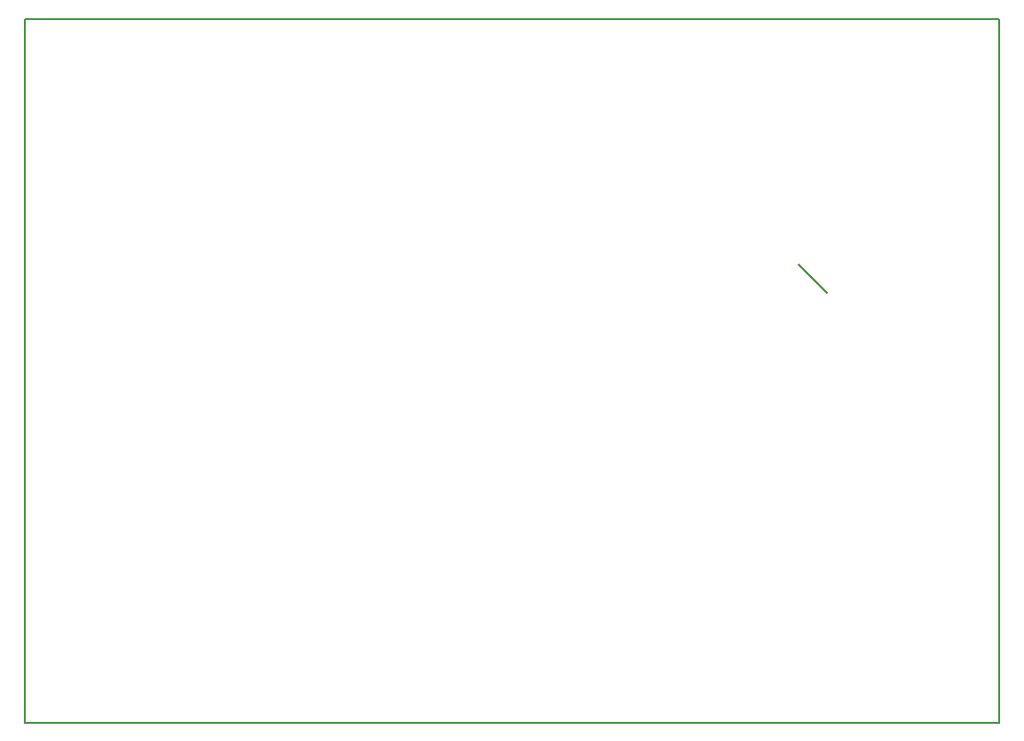
<source format=gm1>
G04 #@! TF.FileFunction,Profile,NP*
%FSLAX46Y46*%
G04 Gerber Fmt 4.6, Leading zero omitted, Abs format (unit mm)*
G04 Created by KiCad (PCBNEW 4.0.2-stable) date 2017/04/12 1:03:06 PM*
%MOMM*%
G01*
G04 APERTURE LIST*
%ADD10C,0.100000*%
%ADD11C,0.150000*%
G04 APERTURE END LIST*
D10*
D11*
X194798000Y-64165000D02*
X194798000Y-126565000D01*
X108498000Y-126565000D02*
X108498000Y-64165000D01*
X108498000Y-126565000D02*
X194798000Y-126565000D01*
X108498000Y-64165000D02*
X194798000Y-64165000D01*
X179578000Y-88519000D02*
X177038000Y-85979000D01*
M02*

</source>
